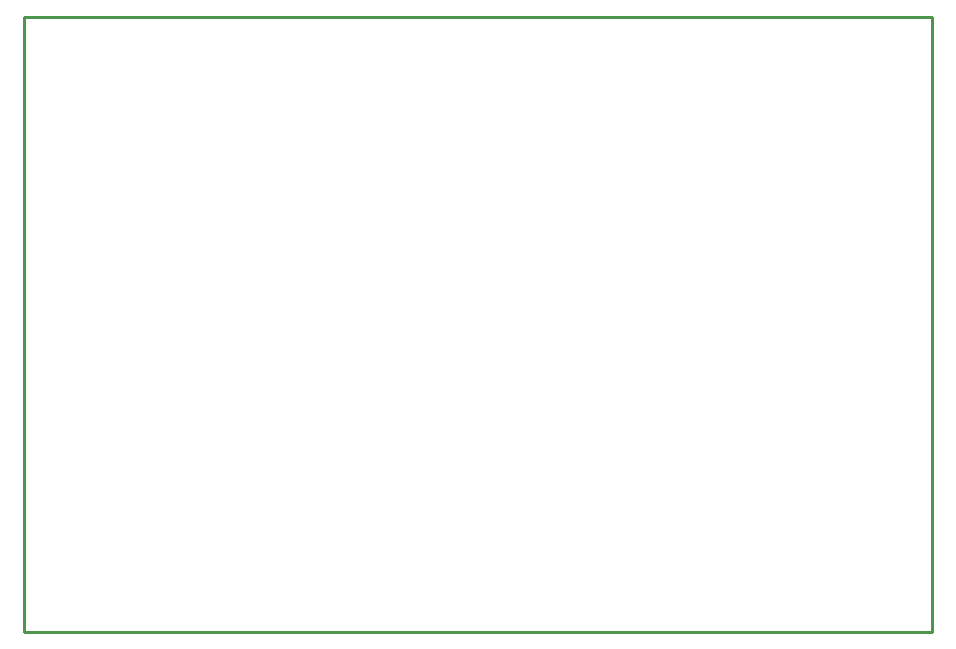
<source format=gbo>
%FSLAX23Y23*%
%MOIN*%
G70*
G01*
G75*
%ADD10C,0.010*%
%ADD11R,0.062X0.062*%
%ADD12C,0.062*%
%ADD13C,0.065*%
%ADD14R,0.065X0.065*%
%ADD15C,0.100*%
%ADD16O,0.065X0.075*%
%ADD17C,0.150*%
%ADD18R,0.060X0.060*%
%ADD19C,0.060*%
%ADD20C,0.050*%
%ADD21C,0.025*%
%ADD22C,0.012*%
%ADD23C,0.008*%
%ADD24C,0.007*%
%ADD25C,0.006*%
D10*
X8092Y6468D02*
X11117D01*
Y8518D01*
X8092D02*
X11117D01*
X8092Y6468D02*
Y8518D01*
M02*

</source>
